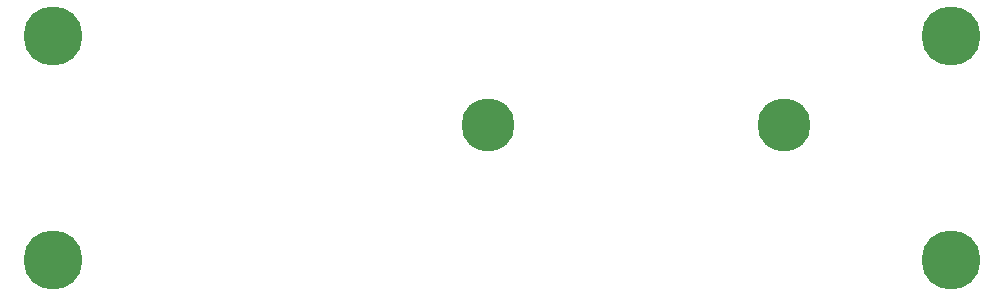
<source format=gbr>
%TF.GenerationSoftware,KiCad,Pcbnew,9.0.0*%
%TF.CreationDate,2025-05-16T15:19:14-04:00*%
%TF.ProjectId,Rear Plate,52656172-2050-46c6-9174-652e6b696361,rev?*%
%TF.SameCoordinates,Original*%
%TF.FileFunction,Soldermask,Top*%
%TF.FilePolarity,Negative*%
%FSLAX46Y46*%
G04 Gerber Fmt 4.6, Leading zero omitted, Abs format (unit mm)*
G04 Created by KiCad (PCBNEW 9.0.0) date 2025-05-16 15:19:14*
%MOMM*%
%LPD*%
G01*
G04 APERTURE LIST*
%ADD10C,5.000000*%
%ADD11C,4.500000*%
G04 APERTURE END LIST*
D10*
%TO.C,REF\u002A\u002A*%
X97728780Y-78726580D03*
X173728880Y-78726580D03*
X97728780Y-97726550D03*
X173728880Y-97726550D03*
%TD*%
D11*
%TO.C,REF\u002A\u002A*%
X134544500Y-86282010D03*
X159544450Y-86282010D03*
%TD*%
M02*

</source>
